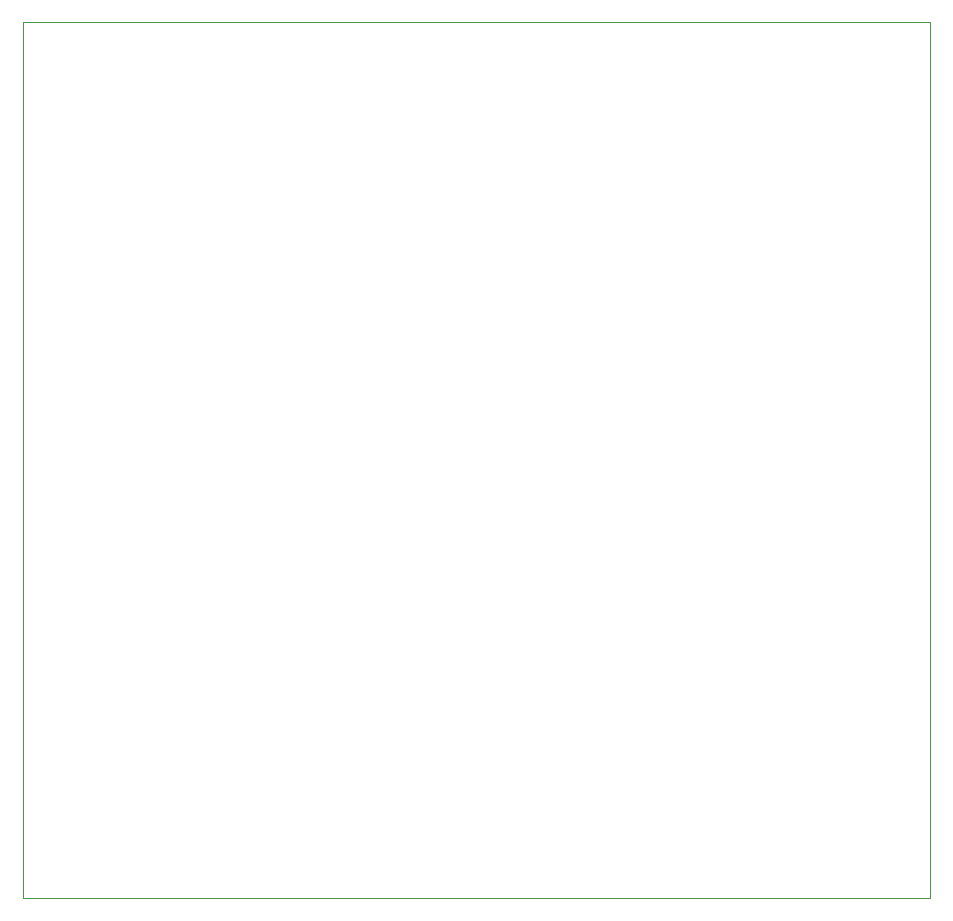
<source format=gko>
G04 Layer_Color=16711935*
%FSLAX25Y25*%
%MOIN*%
G70*
G01*
G75*
%ADD75C,0.00394*%
D75*
X170866Y99705D02*
Y391634D01*
X473032D01*
Y99606D02*
Y391634D01*
X170866Y99705D02*
X473032Y99606D01*
M02*

</source>
